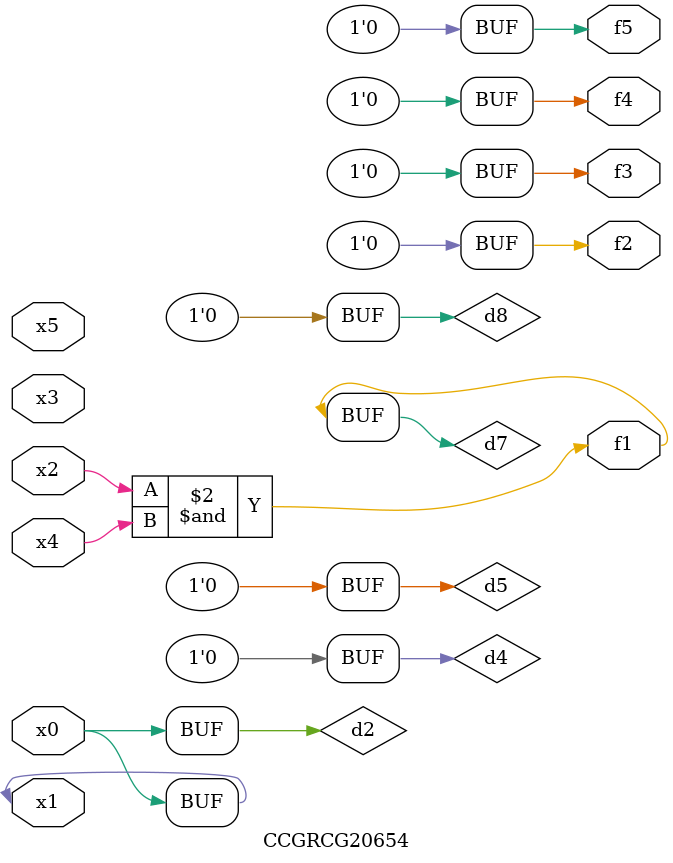
<source format=v>
module CCGRCG20654(
	input x0, x1, x2, x3, x4, x5,
	output f1, f2, f3, f4, f5
);

	wire d1, d2, d3, d4, d5, d6, d7, d8, d9;

	nand (d1, x1);
	buf (d2, x0, x1);
	nand (d3, x2, x4);
	and (d4, d1, d2);
	and (d5, d1, d2);
	nand (d6, d1, d3);
	not (d7, d3);
	xor (d8, d5);
	nor (d9, d5, d6);
	assign f1 = d7;
	assign f2 = d8;
	assign f3 = d8;
	assign f4 = d8;
	assign f5 = d8;
endmodule

</source>
